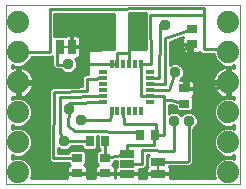
<source format=gtl>
G75*
%MOIN*%
%OFA0B0*%
%FSLAX24Y24*%
%IPPOS*%
%LPD*%
%AMOC8*
5,1,8,0,0,1.08239X$1,22.5*
%
%ADD10C,0.0000*%
%ADD11R,0.0118X0.0315*%
%ADD12R,0.0315X0.0118*%
%ADD13R,0.0354X0.0276*%
%ADD14R,0.0276X0.0354*%
%ADD15R,0.0500X0.0250*%
%ADD16C,0.0080*%
%ADD17R,0.0250X0.0500*%
%ADD18C,0.0740*%
%ADD19C,0.0100*%
%ADD20C,0.0376*%
D10*
X000320Y000279D02*
X000319Y006270D01*
X008128Y006270D01*
X008131Y000273D01*
X000320Y000279D01*
D11*
X003842Y002728D03*
X004039Y002728D03*
X004235Y002728D03*
X004432Y002728D03*
X004629Y002728D03*
X004826Y002728D03*
X004826Y004303D03*
X004629Y004303D03*
X004432Y004303D03*
X004235Y004303D03*
X004039Y004303D03*
X003842Y004303D03*
D12*
X003546Y004008D03*
X003546Y003811D03*
X003546Y003614D03*
X003546Y003417D03*
X003546Y003220D03*
X003546Y003024D03*
X005121Y003024D03*
X005121Y003220D03*
X005121Y003417D03*
X005121Y003614D03*
X005121Y003811D03*
X005121Y004008D03*
D13*
X006271Y003478D03*
X006271Y002966D03*
X006509Y004942D03*
X006509Y005454D03*
X003625Y001163D03*
X003625Y000651D03*
X002693Y000649D03*
X002693Y001161D03*
D14*
X003115Y001715D03*
X003627Y001715D03*
X004793Y001910D03*
X005305Y001910D03*
D15*
X004369Y001276D03*
X004369Y000956D03*
X004369Y000636D03*
X005400Y000631D03*
X005400Y001031D03*
D16*
X005400Y000981D02*
X005400Y000681D01*
X002462Y004869D02*
X002162Y004869D01*
D17*
X002112Y004869D03*
X002512Y004869D03*
D18*
X000724Y004682D03*
X000724Y005682D03*
X000724Y003682D03*
X000724Y002682D03*
X000724Y001682D03*
X000724Y000682D03*
X007724Y000682D03*
X007724Y001682D03*
X007724Y002682D03*
X007724Y003682D03*
X007724Y004682D03*
X007724Y005682D03*
D19*
X006915Y005918D02*
X005139Y005923D01*
X005144Y004295D01*
X004826Y004303D01*
X004832Y004303D01*
X004832Y003222D01*
X005121Y003222D01*
X005121Y003220D01*
X005593Y003220D01*
X005593Y003096D01*
X005836Y003096D01*
X006271Y002966D01*
X005984Y002885D02*
X005984Y002782D01*
X006049Y002718D01*
X006494Y002718D01*
X006558Y002782D01*
X006558Y003149D01*
X006507Y003200D01*
X006541Y003220D01*
X006568Y003248D01*
X006588Y003282D01*
X006598Y003320D01*
X006598Y003459D01*
X006290Y003459D01*
X006290Y003496D01*
X006598Y003496D01*
X006598Y003635D01*
X006588Y003673D01*
X006568Y003707D01*
X006541Y003735D01*
X006506Y003755D01*
X006468Y003765D01*
X006290Y003765D01*
X006290Y003496D01*
X006252Y003496D01*
X006252Y003765D01*
X006136Y003765D01*
X006215Y003845D01*
X006261Y003954D01*
X006261Y004073D01*
X006215Y004183D01*
X006131Y004267D01*
X006022Y004312D01*
X005903Y004312D01*
X005794Y004267D01*
X005787Y004260D01*
X005786Y005027D01*
X006221Y005181D01*
X006211Y005172D01*
X006192Y005138D01*
X006181Y005100D01*
X006181Y004961D01*
X006490Y004961D01*
X006490Y004923D01*
X006528Y004923D01*
X006528Y004654D01*
X006706Y004654D01*
X006744Y004665D01*
X006778Y004684D01*
X006782Y004688D01*
X006793Y004676D01*
X006840Y004629D01*
X006841Y004629D01*
X006906Y004629D01*
X006972Y004628D01*
X006973Y004629D01*
X007244Y004629D01*
X007244Y004586D01*
X007317Y004410D01*
X007453Y004275D01*
X007629Y004202D01*
X007820Y004202D01*
X007929Y004247D01*
X007929Y004161D01*
X007924Y004164D01*
X007846Y004189D01*
X007774Y004200D01*
X007774Y003732D01*
X007674Y003732D01*
X007674Y003632D01*
X007206Y003632D01*
X007217Y003560D01*
X007243Y003482D01*
X007280Y003409D01*
X007328Y003343D01*
X007386Y003285D01*
X007452Y003237D01*
X007525Y003200D01*
X007603Y003175D01*
X007674Y003163D01*
X007674Y003632D01*
X007774Y003632D01*
X007774Y003163D01*
X007846Y003175D01*
X007924Y003200D01*
X007930Y003203D01*
X007930Y003116D01*
X007820Y003162D01*
X007629Y003162D01*
X007453Y003089D01*
X007317Y002954D01*
X007244Y002777D01*
X007244Y002586D01*
X007317Y002410D01*
X007453Y002275D01*
X007629Y002202D01*
X007820Y002202D01*
X007930Y002248D01*
X007930Y002116D01*
X007820Y002162D01*
X007629Y002162D01*
X007453Y002089D01*
X007317Y001954D01*
X007244Y001777D01*
X007244Y001586D01*
X007317Y001410D01*
X007453Y001275D01*
X007629Y001202D01*
X007820Y001202D01*
X007930Y001248D01*
X007929Y001117D01*
X007820Y001162D01*
X007629Y001162D01*
X007453Y001089D01*
X007317Y000954D01*
X007244Y000777D01*
X007244Y000586D01*
X007291Y000474D01*
X005796Y000475D01*
X005800Y000486D01*
X005800Y000619D01*
X005549Y000619D01*
X005550Y000619D01*
X005550Y000644D01*
X005800Y000644D01*
X005800Y000776D01*
X005789Y000814D01*
X005770Y000848D01*
X005758Y000859D01*
X005760Y000861D01*
X005760Y000873D01*
X006320Y000876D01*
X006326Y000871D01*
X006386Y000876D01*
X006445Y000876D01*
X006451Y000882D01*
X006458Y000882D01*
X006497Y000928D01*
X006539Y000970D01*
X006539Y000976D01*
X007340Y000976D01*
X007286Y000878D02*
X006447Y000878D01*
X006539Y000976D02*
X006571Y001009D01*
X006571Y001017D01*
X006577Y001023D01*
X006571Y001082D01*
X006572Y002136D01*
X006581Y002140D01*
X006665Y002224D01*
X006710Y002333D01*
X006710Y002452D01*
X006665Y002561D01*
X006581Y002645D01*
X006472Y002691D01*
X006353Y002691D01*
X006243Y002645D01*
X006173Y002575D01*
X006101Y002646D01*
X005992Y002691D01*
X005873Y002691D01*
X005763Y002646D01*
X005751Y002634D01*
X005753Y002936D01*
X005813Y002936D01*
X005984Y002885D01*
X005984Y002848D02*
X005752Y002848D01*
X005752Y002749D02*
X006017Y002749D01*
X006090Y002651D02*
X006256Y002651D01*
X006525Y002749D02*
X007244Y002749D01*
X007274Y002848D02*
X006558Y002848D01*
X006558Y002946D02*
X007314Y002946D01*
X007408Y003045D02*
X006558Y003045D01*
X006558Y003143D02*
X007584Y003143D01*
X007674Y003242D02*
X007774Y003242D01*
X007774Y003340D02*
X007674Y003340D01*
X007674Y003439D02*
X007774Y003439D01*
X007774Y003537D02*
X007674Y003537D01*
X007674Y003636D02*
X006598Y003636D01*
X006542Y003734D02*
X007206Y003734D01*
X007206Y003732D02*
X007674Y003732D01*
X007674Y004200D01*
X007603Y004189D01*
X007525Y004164D01*
X007452Y004127D01*
X007386Y004079D01*
X007328Y004021D01*
X007280Y003954D01*
X007243Y003881D01*
X007217Y003804D01*
X007206Y003732D01*
X007227Y003833D02*
X006203Y003833D01*
X006251Y003931D02*
X007268Y003931D01*
X007337Y004030D02*
X006261Y004030D01*
X006238Y004128D02*
X007455Y004128D01*
X007569Y004227D02*
X006171Y004227D01*
X005963Y004014D02*
X005765Y003420D01*
X005121Y003417D01*
X005121Y003220D02*
X005121Y003220D01*
X005121Y003614D02*
X005628Y003623D01*
X005626Y005096D01*
X005640Y005144D01*
X006509Y005454D01*
X006185Y005113D02*
X006029Y005113D01*
X006181Y005015D02*
X005786Y005015D01*
X005787Y004916D02*
X006181Y004916D01*
X006181Y004923D02*
X006181Y004785D01*
X006192Y004746D01*
X006211Y004712D01*
X006239Y004684D01*
X006274Y004665D01*
X006312Y004654D01*
X006490Y004654D01*
X006490Y004923D01*
X006181Y004923D01*
X006181Y004818D02*
X005787Y004818D01*
X005787Y004719D02*
X006207Y004719D01*
X005972Y004585D02*
X005973Y004491D01*
X005972Y004585D02*
X006509Y004942D01*
X006389Y004943D01*
X006399Y003695D01*
X006399Y003478D01*
X006271Y003478D01*
X007405Y003486D01*
X007405Y003682D01*
X007724Y003682D01*
X007674Y003734D02*
X007774Y003734D01*
X007774Y003833D02*
X007674Y003833D01*
X007674Y003931D02*
X007774Y003931D01*
X007774Y004030D02*
X007674Y004030D01*
X007674Y004128D02*
X007774Y004128D01*
X007880Y004227D02*
X007929Y004227D01*
X007402Y004325D02*
X005787Y004325D01*
X005787Y004424D02*
X007312Y004424D01*
X007271Y004522D02*
X005787Y004522D01*
X005787Y004621D02*
X007244Y004621D01*
X007422Y004682D02*
X007422Y004789D01*
X006907Y004789D01*
X006915Y005918D01*
X006907Y006146D02*
X006907Y004789D01*
X006840Y004629D02*
X006840Y004629D01*
X006528Y004719D02*
X006490Y004719D01*
X006490Y004818D02*
X006528Y004818D01*
X006528Y004916D02*
X006490Y004916D01*
X007422Y004682D02*
X007724Y004682D01*
X007225Y003537D02*
X006598Y003537D01*
X006598Y003439D02*
X007265Y003439D01*
X007331Y003340D02*
X006598Y003340D01*
X006562Y003242D02*
X007446Y003242D01*
X007865Y003143D02*
X007930Y003143D01*
X007244Y002651D02*
X006568Y002651D01*
X006669Y002552D02*
X007259Y002552D01*
X007299Y002454D02*
X006710Y002454D01*
X006710Y002355D02*
X007372Y002355D01*
X007497Y002257D02*
X006679Y002257D01*
X006599Y002158D02*
X007620Y002158D01*
X007423Y002060D02*
X006572Y002060D01*
X006572Y001961D02*
X007325Y001961D01*
X007280Y001863D02*
X006572Y001863D01*
X006572Y001764D02*
X007244Y001764D01*
X007244Y001666D02*
X006572Y001666D01*
X006572Y001567D02*
X007252Y001567D01*
X007293Y001469D02*
X006572Y001469D01*
X006572Y001370D02*
X007357Y001370D01*
X007461Y001272D02*
X006572Y001272D01*
X006571Y001173D02*
X007930Y001173D01*
X007438Y001075D02*
X006572Y001075D01*
X006411Y001075D02*
X006378Y001036D01*
X005400Y001031D01*
X005087Y001249D02*
X005040Y001202D01*
X005040Y000861D01*
X005041Y000859D01*
X005030Y000848D01*
X005010Y000814D01*
X005000Y000776D01*
X005000Y000644D01*
X005250Y000644D01*
X005250Y000619D01*
X005250Y000619D01*
X005000Y000619D01*
X005000Y000486D01*
X005003Y000475D01*
X004765Y000476D01*
X004769Y000492D01*
X004769Y000624D01*
X004382Y000624D01*
X004382Y000649D01*
X004769Y000649D01*
X004769Y000781D01*
X004765Y000796D01*
X004861Y000796D01*
X004926Y000796D01*
X004927Y000796D01*
X004928Y000796D01*
X004974Y000843D01*
X005021Y000889D01*
X005021Y000889D01*
X005021Y000890D01*
X005021Y000956D01*
X005024Y001249D01*
X005087Y001249D01*
X005040Y001173D02*
X005023Y001173D01*
X005022Y001075D02*
X005040Y001075D01*
X005040Y000976D02*
X005022Y000976D01*
X005010Y000878D02*
X005040Y000878D01*
X005000Y000779D02*
X004769Y000779D01*
X004769Y000681D02*
X005000Y000681D01*
X005000Y000582D02*
X004769Y000582D01*
X004767Y000484D02*
X005000Y000484D01*
X005400Y000631D02*
X004369Y000636D01*
X004104Y000636D01*
X003864Y000650D01*
X003625Y000651D01*
X003326Y000656D01*
X002693Y000649D01*
X001743Y000656D01*
X001741Y003507D01*
X001741Y003694D01*
X002035Y003694D01*
X002035Y003694D01*
X001657Y003694D01*
X001657Y003682D01*
X000724Y003682D01*
X000774Y003636D02*
X002863Y003636D01*
X002865Y003734D02*
X001243Y003734D01*
X001243Y003732D02*
X001232Y003804D01*
X001206Y003881D01*
X001169Y003954D01*
X001121Y004021D01*
X001063Y004079D01*
X000997Y004127D01*
X000924Y004164D01*
X000846Y004189D01*
X000774Y004200D01*
X000774Y003732D01*
X000674Y003732D01*
X000674Y004200D01*
X000603Y004189D01*
X000525Y004164D01*
X000519Y004161D01*
X000519Y004247D01*
X000629Y004202D01*
X000820Y004202D01*
X000996Y004275D01*
X001131Y004410D01*
X001178Y004522D01*
X001845Y004522D01*
X001873Y004522D01*
X001845Y004522D02*
X001873Y004551D01*
X001873Y004329D01*
X001871Y004327D01*
X001873Y004264D01*
X001873Y004200D01*
X001875Y004198D01*
X001876Y004194D01*
X001922Y004151D01*
X001967Y004107D01*
X001970Y004107D01*
X001973Y004104D01*
X002036Y004107D01*
X002099Y004106D01*
X002102Y004109D01*
X002136Y004110D01*
X002220Y004027D01*
X002329Y003981D01*
X002448Y003981D01*
X002557Y004027D01*
X002641Y004111D01*
X002687Y004220D01*
X002687Y004339D01*
X002641Y004448D01*
X002621Y004469D01*
X002657Y004469D01*
X002695Y004479D01*
X002729Y004499D01*
X002757Y004527D01*
X002777Y004561D01*
X002787Y004599D01*
X002787Y004856D01*
X002612Y004856D01*
X002612Y004881D01*
X002787Y004881D01*
X002787Y005139D01*
X002777Y005177D01*
X002757Y005211D01*
X002729Y005239D01*
X002695Y005259D01*
X002657Y005269D01*
X002524Y005269D01*
X002524Y005019D01*
X002499Y005019D01*
X002499Y005269D01*
X002367Y005269D01*
X002329Y005259D01*
X002295Y005239D01*
X002284Y005228D01*
X002282Y005229D01*
X001941Y005229D01*
X001938Y005226D01*
X001938Y005962D01*
X003922Y005972D01*
X003922Y004787D01*
X003042Y004767D01*
X003047Y003964D01*
X003027Y003964D01*
X002962Y003965D01*
X002961Y003964D01*
X002960Y003964D01*
X002914Y003918D01*
X002867Y003873D01*
X002867Y003872D01*
X002866Y003871D01*
X002866Y003806D01*
X002862Y003540D01*
X001916Y003518D01*
X001853Y003518D01*
X001851Y003516D01*
X001848Y003516D01*
X001804Y003470D01*
X001758Y003425D01*
X001758Y003422D01*
X001756Y003420D01*
X001758Y003357D01*
X001743Y001210D01*
X001741Y001208D01*
X001742Y001144D01*
X001742Y001080D01*
X001744Y001078D01*
X001744Y001076D01*
X001790Y001031D01*
X001835Y000986D01*
X001837Y000986D01*
X001839Y000984D01*
X001903Y000985D01*
X001968Y000985D01*
X001969Y000987D01*
X002405Y000995D01*
X002405Y000978D01*
X002457Y000926D01*
X002423Y000907D01*
X002395Y000879D01*
X002376Y000845D01*
X002365Y000807D01*
X002365Y000668D01*
X002674Y000668D01*
X002674Y000630D01*
X002365Y000630D01*
X002365Y000492D01*
X002369Y000477D01*
X001160Y000478D01*
X001204Y000586D01*
X001204Y000777D01*
X001131Y000954D01*
X000996Y001089D01*
X000820Y001162D01*
X000629Y001162D01*
X000520Y001117D01*
X000520Y001247D01*
X000629Y001202D01*
X000820Y001202D01*
X000996Y001275D01*
X001131Y001410D01*
X001204Y001586D01*
X001204Y001777D01*
X001131Y001954D01*
X000996Y002089D01*
X000820Y002162D01*
X000629Y002162D01*
X000520Y002117D01*
X000520Y002247D01*
X000629Y002202D01*
X000820Y002202D01*
X000996Y002275D01*
X001131Y002410D01*
X001204Y002586D01*
X001204Y002777D01*
X001131Y002954D01*
X000996Y003089D01*
X000820Y003162D01*
X000629Y003162D01*
X000520Y003117D01*
X000520Y003203D01*
X000525Y003200D01*
X000603Y003175D01*
X000674Y003163D01*
X000674Y003632D01*
X000774Y003632D01*
X000774Y003163D01*
X000846Y003175D01*
X000924Y003200D01*
X000997Y003237D01*
X001063Y003285D01*
X001121Y003343D01*
X001169Y003409D01*
X001206Y003482D01*
X001232Y003560D01*
X001243Y003632D01*
X000774Y003632D01*
X000774Y003732D01*
X001243Y003732D01*
X001222Y003833D02*
X002866Y003833D01*
X002927Y003931D02*
X001181Y003931D01*
X001112Y004030D02*
X002217Y004030D01*
X001945Y004128D02*
X000994Y004128D01*
X000880Y004227D02*
X001873Y004227D01*
X001871Y004325D02*
X001046Y004325D01*
X001137Y004424D02*
X001873Y004424D01*
X002033Y004267D02*
X002033Y004912D01*
X002112Y004869D01*
X001778Y004682D02*
X000724Y004682D01*
X000569Y004227D02*
X000519Y004227D01*
X000674Y004128D02*
X000774Y004128D01*
X000774Y004030D02*
X000674Y004030D01*
X000674Y003931D02*
X000774Y003931D01*
X000774Y003833D02*
X000674Y003833D01*
X000674Y003734D02*
X000774Y003734D01*
X000774Y003537D02*
X000674Y003537D01*
X000674Y003439D02*
X000774Y003439D01*
X000774Y003340D02*
X000674Y003340D01*
X000674Y003242D02*
X000774Y003242D01*
X000865Y003143D02*
X001756Y003143D01*
X001757Y003242D02*
X001003Y003242D01*
X001118Y003340D02*
X001758Y003340D01*
X001772Y003439D02*
X001184Y003439D01*
X001224Y003537D02*
X002757Y003537D01*
X003019Y003383D02*
X003026Y003804D01*
X003159Y003804D01*
X003546Y003811D01*
X003047Y004030D02*
X002560Y004030D01*
X002649Y004128D02*
X003046Y004128D01*
X003045Y004227D02*
X002687Y004227D01*
X002687Y004325D02*
X003045Y004325D01*
X003044Y004424D02*
X002652Y004424D01*
X002752Y004522D02*
X003044Y004522D01*
X003043Y004621D02*
X002787Y004621D01*
X002787Y004719D02*
X003042Y004719D01*
X002811Y004851D02*
X002512Y004869D01*
X002524Y005019D02*
X002524Y005019D01*
X002524Y005113D02*
X002499Y005113D01*
X002499Y005212D02*
X002524Y005212D01*
X002756Y005212D02*
X003922Y005212D01*
X003922Y005310D02*
X001938Y005310D01*
X001938Y005409D02*
X003922Y005409D01*
X003922Y005507D02*
X001938Y005507D01*
X001938Y005606D02*
X003922Y005606D01*
X003922Y005704D02*
X001938Y005704D01*
X001938Y005803D02*
X003922Y005803D01*
X003922Y005901D02*
X001938Y005901D01*
X001778Y006121D02*
X006907Y006146D01*
X005607Y005594D02*
X005442Y005610D01*
X005442Y005344D01*
X005425Y003811D01*
X005121Y003811D01*
X004432Y004303D02*
X004419Y004303D01*
X004419Y004642D01*
X004417Y004979D01*
X004822Y004946D01*
X004982Y004916D02*
X004422Y004916D01*
X004422Y004818D02*
X004983Y004818D01*
X004983Y004784D02*
X004422Y004787D01*
X004422Y005974D01*
X004979Y005977D01*
X004979Y005923D01*
X004979Y005857D01*
X004979Y005857D01*
X004983Y004784D01*
X004982Y005015D02*
X004422Y005015D01*
X004422Y005113D02*
X004982Y005113D01*
X004981Y005212D02*
X004422Y005212D01*
X004422Y005310D02*
X004981Y005310D01*
X004981Y005409D02*
X004422Y005409D01*
X004422Y005507D02*
X004980Y005507D01*
X004980Y005606D02*
X004422Y005606D01*
X004422Y005704D02*
X004980Y005704D01*
X004979Y005803D02*
X004422Y005803D01*
X004422Y005901D02*
X004979Y005901D01*
X003922Y005113D02*
X002787Y005113D01*
X002787Y005015D02*
X003922Y005015D01*
X003922Y004916D02*
X002787Y004916D01*
X002811Y004851D02*
X002811Y004306D01*
X002812Y003987D01*
X001657Y003987D01*
X001657Y003694D01*
X001918Y003358D02*
X003019Y003383D01*
X003546Y003220D02*
X002115Y003182D01*
X002112Y001987D01*
X002265Y001713D01*
X003115Y001715D01*
X003363Y001764D02*
X003379Y001764D01*
X003379Y001863D02*
X003363Y001863D01*
X003363Y001880D02*
X003379Y001880D01*
X003379Y001492D01*
X003443Y001427D01*
X003466Y001427D01*
X003466Y001410D01*
X003402Y001410D01*
X003338Y001346D01*
X003338Y000979D01*
X003389Y000928D01*
X003356Y000909D01*
X003328Y000881D01*
X003308Y000846D01*
X003298Y000808D01*
X003298Y000670D01*
X003606Y000670D01*
X003606Y000632D01*
X003298Y000632D01*
X003298Y000493D01*
X003302Y000477D01*
X003016Y000477D01*
X003020Y000492D01*
X003020Y000630D01*
X002711Y000630D01*
X002711Y000668D01*
X003020Y000668D01*
X003020Y000807D01*
X003009Y000845D01*
X002990Y000879D01*
X002962Y000907D01*
X002928Y000926D01*
X002980Y000978D01*
X002980Y001344D01*
X002915Y001409D01*
X002470Y001409D01*
X002405Y001344D01*
X002405Y001315D01*
X002063Y001309D01*
X002065Y001492D01*
X002096Y001461D01*
X002205Y001415D01*
X002324Y001415D01*
X002433Y001461D01*
X002517Y001545D01*
X002521Y001554D01*
X002867Y001554D01*
X002867Y001492D01*
X002932Y001427D01*
X003298Y001427D01*
X003363Y001492D01*
X003363Y001880D01*
X003627Y001715D02*
X003625Y001163D01*
X004369Y001276D01*
X004369Y001585D01*
X005253Y001585D01*
X005253Y001863D01*
X005305Y001910D01*
X005588Y001907D01*
X005593Y003096D01*
X005751Y002651D02*
X005774Y002651D01*
X005932Y002393D02*
X005934Y001404D01*
X004865Y001410D01*
X004861Y000956D01*
X004369Y000956D01*
X004009Y000976D02*
X003909Y000976D01*
X003912Y000979D02*
X003912Y001045D01*
X004009Y001059D01*
X004009Y000863D01*
X003999Y000853D01*
X003980Y000819D01*
X003969Y000781D01*
X003969Y000649D01*
X004357Y000649D01*
X004357Y000624D01*
X003969Y000624D01*
X003969Y000492D01*
X003973Y000476D01*
X003947Y000476D01*
X003952Y000493D01*
X003952Y000632D01*
X003644Y000632D01*
X003644Y000670D01*
X003952Y000670D01*
X003952Y000808D01*
X003942Y000846D01*
X003922Y000881D01*
X003894Y000909D01*
X003861Y000928D01*
X003912Y000979D01*
X003924Y000878D02*
X004009Y000878D01*
X003969Y000779D02*
X003952Y000779D01*
X003952Y000681D02*
X003969Y000681D01*
X003969Y000582D02*
X003952Y000582D01*
X003949Y000484D02*
X003971Y000484D01*
X003326Y000878D02*
X002991Y000878D01*
X002978Y000976D02*
X003341Y000976D01*
X003338Y001075D02*
X002980Y001075D01*
X002980Y001173D02*
X003338Y001173D01*
X003338Y001272D02*
X002980Y001272D01*
X002954Y001370D02*
X003362Y001370D01*
X003340Y001469D02*
X003402Y001469D01*
X003379Y001567D02*
X003363Y001567D01*
X003363Y001666D02*
X003379Y001666D01*
X002890Y001469D02*
X002441Y001469D01*
X002431Y001370D02*
X002064Y001370D01*
X002065Y001469D02*
X002088Y001469D01*
X001745Y001469D02*
X001156Y001469D01*
X001091Y001370D02*
X001744Y001370D01*
X001743Y001272D02*
X000988Y001272D01*
X001011Y001075D02*
X001745Y001075D01*
X001742Y001173D02*
X000520Y001173D01*
X001109Y000976D02*
X002407Y000976D01*
X002394Y000878D02*
X001163Y000878D01*
X001204Y000779D02*
X002365Y000779D01*
X002365Y000681D02*
X001204Y000681D01*
X001203Y000582D02*
X002365Y000582D01*
X002368Y000484D02*
X001162Y000484D01*
X001902Y001145D02*
X002693Y001161D01*
X003020Y000779D02*
X003298Y000779D01*
X003298Y000681D02*
X003020Y000681D01*
X003020Y000582D02*
X003298Y000582D01*
X003300Y000484D02*
X003018Y000484D01*
X001902Y001145D02*
X001918Y003358D01*
X001756Y003045D02*
X001040Y003045D01*
X001135Y002946D02*
X001755Y002946D01*
X001754Y002848D02*
X001175Y002848D01*
X001204Y002749D02*
X001753Y002749D01*
X001753Y002651D02*
X001204Y002651D01*
X001190Y002552D02*
X001752Y002552D01*
X001751Y002454D02*
X001149Y002454D01*
X001076Y002355D02*
X001751Y002355D01*
X001750Y002257D02*
X000952Y002257D01*
X000829Y002158D02*
X001749Y002158D01*
X001749Y002060D02*
X001026Y002060D01*
X001124Y001961D02*
X001748Y001961D01*
X001747Y001863D02*
X001169Y001863D01*
X001204Y001764D02*
X001747Y001764D01*
X001746Y001666D02*
X001204Y001666D01*
X001196Y001567D02*
X001745Y001567D01*
X002398Y002213D02*
X002422Y002787D01*
X002418Y002982D01*
X003546Y003024D01*
X003842Y002728D02*
X003780Y002424D01*
X003514Y002422D01*
X003188Y002423D01*
X002817Y002416D01*
X002617Y002043D02*
X002398Y002213D01*
X002617Y002043D02*
X004812Y002033D01*
X004793Y001910D01*
X005305Y001910D02*
X005311Y001993D01*
X005311Y002273D01*
X004245Y002282D01*
X004235Y002728D01*
X004039Y004303D02*
X003842Y004303D01*
X003842Y004306D01*
X002811Y004306D01*
X002389Y004280D02*
X002033Y004267D01*
X001778Y004682D02*
X001778Y006121D01*
X002787Y004818D02*
X003922Y004818D01*
X004039Y004642D02*
X004419Y004642D01*
X004039Y004642D02*
X004039Y004303D01*
X006252Y003734D02*
X006290Y003734D01*
X006290Y003636D02*
X006252Y003636D01*
X006252Y003537D02*
X006290Y003537D01*
X006412Y002393D02*
X006411Y001075D01*
X005799Y000779D02*
X007245Y000779D01*
X007244Y000681D02*
X005800Y000681D01*
X005800Y000582D02*
X007246Y000582D01*
X007287Y000484D02*
X005799Y000484D01*
X007829Y002158D02*
X007930Y002158D01*
X000620Y002158D02*
X000520Y002158D01*
X000520Y003143D02*
X000584Y003143D01*
D20*
X002035Y003694D03*
X002389Y004280D03*
X002422Y002787D03*
X002817Y002416D03*
X002265Y001713D03*
X005932Y002393D03*
X006412Y002393D03*
X005963Y004014D03*
X005973Y004491D03*
X004822Y004946D03*
X005607Y005594D03*
M02*

</source>
